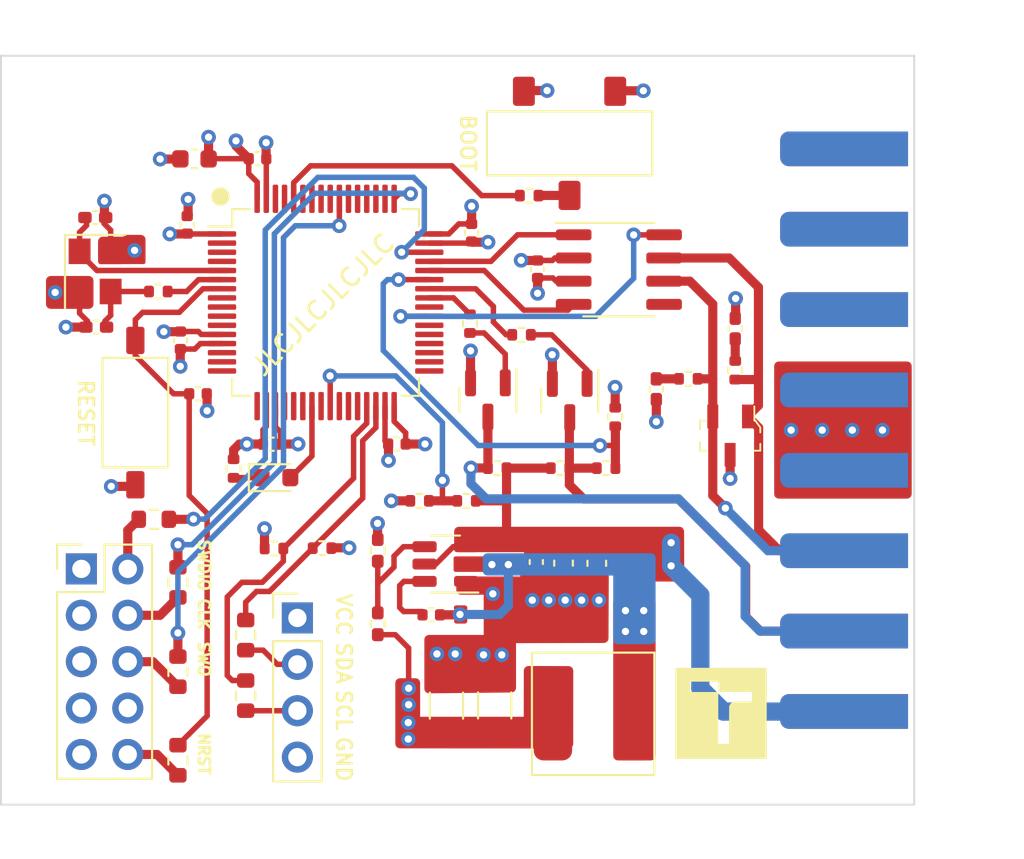
<source format=kicad_pcb>
(kicad_pcb (version 20211014) (generator pcbnew)
  (layers (0 "F.Cu" signal) (1 "In1.Cu" power) (2 "In2.Cu" power) (31 "B.Cu" signal) (34 "B.Paste" user) (35 "F.Paste" user) (36 "B.SilkS" user "B.Silkscreen") (37 "F.SilkS" user "F.Silkscreen") (38 "B.Mask" user) (39 "F.Mask" user) (44 "Edge.Cuts" user))
  (net 0 "")
  (net 1 "+3.3V")
  (net 2 "GND")
  (net 3 "HSE_IN")
  (net 4 "NRST")
  (net 5 "+12V")
  (net 6 "CAN_L")
  (net 7 "CAN_H")
  (net 8 "ISO_K")
  (net 10 "ISO_L")
  (net 11 "HSE_OUT")
  (net 12 "BOOT0")
  (net 13 "SWDIO")
  (net 14 "OLED_SDA")
  (net 15 "SWCLK")
  (net 16 "SWO")
  (net 17 "OLED_SCL")
  (net 32 "Net-(D2-Pad1)")
  (net 34 "BAT_V")
  (net 44 "CAN_S")
  (net 46 "Net-(Q1-Pad1)")
  (net 47 "Net-(Q2-Pad1)")
  (net 48 "LLine")
  (net 49 "CAN_RX")
  (net 50 "CAN_TX")
  (net 61 "/Power Supply/BST")
  (net 62 "/Power Supply/SW")
  (net 63 "/Power Supply/FB")
  (net 66 "LED")
  (net 67 "/BOOT_0")
  (net 68 "/HSE_O")
  (net 69 "Net-(C12-Pad1)")
  (net 70 "Net-(C13-Pad1)")
  (net 71 "KLine_TX")
  (net 72 "KLine_RX")
  (net 73 "/Connectors/SDA")
  (net 74 "/Connectors/SCL")
  (net 75 "/Connectors/SW_DIO")
  (net 76 "/Connectors/SW_CLK")
  (net 77 "/Connectors/SW_O")
  (net 78 "/Connectors/N_RST")
  (footprint "tme_library:TS-1092S" (layer "F.Cu") (at 142.96 85.34 -90)
    (fp_text reference "SW1")
    (fp_text value "RST")
  )
  (footprint "Capacitor_SMD:C_0402_1005Metric" (layer "F.Cu") (at 157.2775 87.06 180)
    (fp_text reference "C3")
    (fp_text value "100n")
  )
  (footprint "Capacitor_SMD:C_0402_1005Metric_Pad0.74x0.62mm_HandSolder" (layer "F.Cu") (at 140.7675 74.66)
    (fp_text reference "C8")
    (fp_text value "8p")
  )
  (footprint "Resistor_SMD:R_0603_1608Metric" (layer "F.Cu") (at 143.97 91.18)
    (fp_text reference "R7")
    (fp_text value "22R")
  )
  (footprint "Crystal:Crystal_SMD_3225-4Pin_3.2x2.5mm" (layer "F.Cu") (at 140.7575 77.61 -90)
    (fp_text reference "Y1")
    (fp_text value "16 MHz")
  )
  (footprint "Capacitor_SMD:C_0402_1005Metric_Pad0.74x0.62mm_HandSolder" (layer "F.Cu") (at 140.8175 80.66 180)
    (fp_text reference "C9")
    (fp_text value "8p")
  )
  (footprint "Capacitor_SMD:C_0402_1005Metric" (layer "F.Cu") (at 149.6475 71.44)
    (fp_text reference "C5")
    (fp_text value "100n")
  )
  (footprint "LED_SMD:LED_0603_1608Metric" (layer "F.Cu") (at 150.6575 88.9)
    (fp_text reference "D2")
    (fp_text value "LED")
  )
  (footprint "Resistor_SMD:R_0402_1005Metric" (layer "F.Cu") (at 161.09 90.17 180)
    (fp_text reference "R22")
    (fp_text value "100k")
  )
  (footprint "Capacitor_SMD:C_0402_1005Metric" (layer "F.Cu") (at 164.91 93.52 -90)
    (fp_text reference "C16")
    (fp_text value "100n")
  )
  (footprint "Capacitor_SMD:C_0603_1608Metric" (layer "F.Cu") (at 146.1975 71.45 180)
    (fp_text reference "C1")
    (fp_text value "4u7")
  )
  (footprint "Resistor_SMD:R_0402_1005Metric" (layer "F.Cu") (at 164.52 73.46)
    (fp_text reference "R4")
    (fp_text value "10k")
  )
  (footprint "tme_library:OBD" (layer "F.Cu") (at 181.76 86.3 90)
    (fp_text reference "J3")
    (fp_text value "OBDII")
  )
  (footprint "Resistor_SMD:R_0603_1608Metric" (layer "F.Cu") (at 145.29 94.63 90)
    (fp_text reference "R8")
    (fp_text value "22R")
  )
  (footprint "Resistor_SMD:R_0402_1005Metric" (layer "F.Cu") (at 175.8 83.02 90)
    (fp_text reference "R2")
    (fp_text value "100R")
  )
  (footprint "Resistor_SMD:R_0603_1608Metric" (layer "F.Cu") (at 145.29 99.52 90)
    (fp_text reference "R9")
    (fp_text value "22R")
  )
  (footprint "Resistor_SMD:R_0402_1005Metric" (layer "F.Cu") (at 150.55 92.78)
    (fp_text reference "R11")
    (fp_text value "4k7")
  )
  (footprint "Resistor_SMD:R_0402_1005Metric" (layer "F.Cu") (at 164.1 81.08)
    (fp_text reference "R19")
    (fp_text value "2k2")
  )
  (footprint "Capacitor_SMD:C_0402_1005Metric_Pad0.74x0.62mm_HandSolder" (layer "F.Cu") (at 175.8 80.74 90)
    (fp_text reference "C13")
    (fp_text value "560p")
  )
  (footprint "Capacitor_SMD:C_1206_3216Metric" (layer "F.Cu") (at 162.63 101.37 90)
    (fp_text reference "C18")
    (fp_text value "22u")
  )
  (footprint "Resistor_SMD:R_0402_1005Metric" (layer "F.Cu") (at 168.73 88.38)
    (fp_text reference "R20")
    (fp_text value "100k")
  )
  (footprint "Resistor_SMD:R_0402_1005Metric" (layer "F.Cu") (at 169.23 85.58 -90)
    (fp_text reference "R21")
    (fp_text value "27k")
  )
  (footprint "Resistor_SMD:R_0402_1005Metric" (layer "F.Cu") (at 166.21 88.38)
    (fp_text reference "R17")
    (fp_text value "510R")
  )
  (footprint "tme_library:VLS6045AF" (layer "F.Cu") (at 168.02 101.83)
    (fp_text reference "L1")
    (fp_text value "3u3")
  )
  (footprint "Resistor_SMD:R_0402_1005Metric" (layer "F.Cu") (at 153.18 92.76 180)
    (fp_text reference "R12")
    (fp_text value "4k7")
  )
  (footprint "Package_QFP:LQFP-64_10x10mm_P0.5mm" (layer "F.Cu") (at 153.3775 79.31)
    (fp_text reference "U1")
    (fp_text value "STM32L431RCTx")
  )
  (footprint "Resistor_SMD:R_0402_1005Metric" (layer "F.Cu") (at 162.77 88.38 180)
    (fp_text reference "R16")
    (fp_text value "510R")
  )
  (footprint "tme_library:XKB_SS-3235" (layer "F.Cu") (at 166.73 70.6 180)
    (fp_text reference "SW2")
    (fp_text value "BOOT0")
  )
  (footprint "Connector_PinHeader_2.54mm:PinHeader_1x04_P2.54mm_Vertical" (layer "F.Cu") (at 151.83 96.58)
    (fp_text reference "J1")
    (fp_text value "OLED")
  )
  (footprint "Capacitor_SMD:C_1206_3216Metric" (layer "F.Cu") (at 159.99 101.38 90)
    (fp_text reference "C19")
    (fp_text value "22u")
  )
  (footprint "Capacitor_SMD:C_0402_1005Metric" (layer "F.Cu") (at 159.16 96.41)
    (fp_text reference "C17")
    (fp_text value "100n")
  )
  (footprint "Resistor_SMD:R_0402_1005Metric" (layer "F.Cu") (at 144.2175 78.71)
    (fp_text reference "R3")
    (fp_text value "0R")
  )
  (footprint "Capacitor_SMD:C_0402_1005Metric" (layer "F.Cu") (at 164.98 77.49 90)
    (fp_text reference "C11")
    (fp_text value "100n")
  )
  (footprint "Capacitor_SMD:C_0603_1608Metric" (layer "F.Cu") (at 166.4 93.58 -90)
    (fp_text reference "C14")
    (fp_text value "10u")
  )
  (footprint "Package_TO_SOT_SMD:SOT-23" (layer "F.Cu") (at 166.74 84.6775 -90)
    (fp_text reference "Q2")
    (fp_text value "s8050")
  )
  (footprint "Capacitor_SMD:C_0402_1005Metric_Pad0.74x0.62mm_HandSolder" (layer "F.Cu") (at 171.48 84.06 -90)
    (fp_text reference "C12")
    (fp_text value "560p")
  )
  (footprint "Resistor_SMD:R_0603_1608Metric" (layer "F.Cu") (at 149 100.83 -90)
    (fp_text reference "R6")
    (fp_text value "22R")
  )
  (footprint "Capacitor_SMD:C_0402_1005Metric" (layer "F.Cu") (at 161.3675 75.49 -90)
    (fp_text reference "C4")
    (fp_text value "100n")
  )
  (footprint "Resistor_SMD:R_0402_1005Metric" (layer "F.Cu") (at 161.2775 80.47 -90)
    (fp_text reference "R18")
    (fp_text value "2k2")
  )
  (footprint "Package_TO_SOT_SMD:SOT-23" (layer "F.Cu") (at 162.26 84.6475 -90)
    (fp_text reference "Q1")
    (fp_text value "s8050")
  )
  (footprint "Resistor_SMD:R_0402_1005Metric" (layer "F.Cu") (at 148.3375 88.4 -90)
    (fp_text reference "R15")
    (fp_text value "10k")
  )
  (footprint "Package_TO_SOT_SMD:SOT-23-6" (layer "F.Cu") (at 159.93 93.63 180)
    (fp_text reference "U3")
    (fp_text value "TPS562201")
  )
  (footprint "LOGO" (layer "F.Cu") (at 175.02 101.8)
    (fp_text reference "G***")
    (fp_text value "LOGO" hide)
  )
  (footprint "Resistor_SMD:R_0402_1005Metric" (layer "F.Cu") (at 158.52 90.17 180)
    (fp_text reference "R23")
    (fp_text value "27k")
  )
  (footprint "Capacitor_SMD:C_0402_1005Metric" (layer "F.Cu") (at 146.3875 84.31)
    (fp_text reference "C10")
    (fp_text value "100n")
  )
  (footprint "Resistor_SMD:R_0402_1005Metric_Pad0.72x0.64mm_HandSolder" (layer "F.Cu") (at 156.23 96.9 90)
    (fp_text reference "R13")
    (fp_text value "33k2")
  )
  (footprint "Resistor_SMD:R_0603_1608Metric" (layer "F.Cu") (at 145.29 104.37 90)
    (fp_text reference "R10")
    (fp_text value "22R")
  )
  (footprint "Resistor_SMD:R_0402_1005Metric" (layer "F.Cu") (at 173.23 83.49 180)
    (fp_text reference "R1")
    (fp_text value "100R")
  )
  (footprint "Connector_PinHeader_2.54mm:PinHeader_2x05_P2.54mm_Vertical" (layer "F.Cu") (at 140.005 93.895)
    (fp_text reference "J2")
    (fp_text value "SWD")
  )
  (footprint "digikey-footprints:SOT-23-3" (layer "F.Cu") (at 175.52 86.6 -90)
    (fp_text reference "D1")
    (fp_text value "PESD2CAN_215")
  )
  (footprint "Capacitor_SMD:C_0402_1005Metric" (layer "F.Cu") (at 145.4275 81.38 90)
    (fp_text reference "C7")
    (fp_text value "100n")
  )
  (footprint "Capacitor_SMD:C_0402_1005Metric" (layer "F.Cu") (at 145.7975 75.06 90)
    (fp_text reference "C6")
    (fp_text value "100n")
  )
  (footprint "Package_SO:SOIC-8_3.9x4.9mm_P1.27mm" (layer "F.Cu") (at 169.43 77.51)
    (fp_text reference "U2")
    (fp_text value "SN65HVD231")
  )
  (footprint "Capacitor_SMD:C_0603_1608Metric" (layer "F.Cu") (at 168.22 93.59 -90)
    (fp_text reference "C15")
    (fp_text value "10u")
  )
  (footprint "Resistor_SMD:R_0402_1005Metric_Pad0.72x0.64mm_HandSolder" (layer "F.Cu") (at 156.23 92.88 90)
    (fp_text reference "R14")
    (fp_text value "10k")
  )
  (footprint "Resistor_SMD:R_0603_1608Metric" (layer "F.Cu") (at 149 97.52 -90)
    (fp_text reference "R5")
    (fp_text value "22R")
  )
  (footprint "Capacitor_SMD:C_0402_1005Metric" (layer "F.Cu") (at 150.4275 87.07 180)
    (fp_text reference "C2")
    (fp_text value "100n")
  )
  (gr_circle (center 147.6175 73.51) (end 148.047616 73.51) (layer "F.SilkS") (width 0.15) (fill solid))
  (gr_rect (start 135.6 65.8) (end 185.6 106.8) (layer "Edge.Cuts") (width 0.1) (fill none))
  (gr_text "SWO" (at 146.72 98.84 270) (layer "F.SilkS") (effects (font (size 0.6 0.6))))
  (gr_text "GND" (at 154.37 104.31 270) (layer "F.SilkS") (effects (font (size 0.8 0.8))))
  (gr_text "NRST" (at 146.72 104.03 270) (layer "F.SilkS") (effects (font (size 0.6 0.6))))
  (gr_text "BOOT" (at 161.17 70.6 270) (layer "F.SilkS") (effects (font (size 0.8 0.8))))
  (gr_text "CLK" (at 146.72 96.37 270) (layer "F.SilkS") (effects (font (size 0.6 0.6))))
  (gr_text "JLCJLCJLCJLC" (at 153.2475 79.43 45) (layer "F.SilkS") (effects (font (size 1 1))))
  (gr_text "SWDIO" (at 146.72 93.7 270) (layer "F.SilkS") (effects (font (size 0.6 0.6))))
  (gr_text "SDA" (at 154.37 99.05 270) (layer "F.SilkS") (effects (font (size 0.8 0.8))))
  (gr_text "RESET" (at 140.25 85.36 270) (layer "F.SilkS") (effects (font (size 0.8 0.8))))
  (gr_text "SCL\n" (at 154.37 101.629999 270) (layer "F.SilkS") (effects (font (size 0.8 0.8))))
  (gr_text "VCC" (at 154.37 96.41 270) (layer "F.SilkS") (effects (font (size 0.8 0.8))))
  (segment (start 145.7775 75.56) (end 145.7975 75.54) (width 0.5) (layer "F.Cu") (net 1))
  (segment (start 157.1275 85.82) (end 157.7575 86.45) (width 0.3) (layer "F.Cu") (net 1))
  (segment (start 166.955 78.145) (end 165.995 78.145) (width 0.3) (layer "F.Cu") (net 1))
  (segment (start 165.82 77.97) (end 164.98 77.97) (width 0.3) (layer "F.Cu") (net 1))
  (segment (start 146.9675 70.26) (end 146.9675 71.445) (width 0.5) (layer "F.Cu") (net 1))
  (segment (start 157.92 98.23) (end 157.92 100.43) (width 0.3) (layer "F.Cu") (net 1))
  (segment (start 150.9075 86.4) (end 150.9075 87.07) (width 0.3) (layer "F.Cu") (net 1))
  (segment (start 150.6275 84.985) (end 150.6275 86.12) (width 0.3) (layer "F.Cu") (net 1))
  (segment (start 147.7025 81.56) (end 146.5175 81.56) (width 0.3) (layer "F.Cu") (net 1))
  (segment (start 157.1275 84.985) (end 157.1275 85.82) (width 0.3) (layer "F.Cu") (net 1))
  (segment (start 150.03 91.69) (end 150.03 92.77) (width 0.5) (layer "F.Cu") (net 1))
  (segment (start 160.1175 75.56) (end 160.6675 75.01) (width 0.3) (layer "F.Cu") (net 1))
  (segment (start 150.03 92.77) (end 150.04 92.78) (width 0.5) (layer "F.Cu") (net 1))
  (segment (start 154.66 92.74) (end 153.71 92.74) (width 0.5) (layer "F.Cu") (net 1))
  (segment (start 149.1675 71.44) (end 146.9825 71.44) (width 0.3) (layer "F.Cu") (net 1))
  (segment (start 149.6275 73.635) (end 149.6275 72.72) (width 0.3) (layer "F.Cu") (net 1))
  (segment (start 149.6275 72.72) (end 149.1675 72.26) (width 0.3) (layer "F.Cu") (net 1))
  (segment (start 157.1875 97.4975) (end 157.92 98.23) (width 0.3) (layer "F.Cu") (net 1))
  (segment (start 146.2175 81.86) (end 145.4275 81.86) (width 0.3) (layer "F.Cu") (net 1))
  (segment (start 165.995 78.145) (end 165.82 77.97) (width 0.3) (layer "F.Cu") (net 1))
  (segment (start 147.7025 75.56) (end 145.8175 75.56) (width 0.3) (layer "F.Cu") (net 1))
  (segment (start 150.6275 86.12) (end 150.9075 86.4) (width 0.3) (layer "F.Cu") (net 1))
  (segment (start 156.23 97.4975) (end 157.1875 97.4975) (width 0.3) (layer "F.Cu") (net 1))
  (segment (start 151.8675 87.06) (end 150.9175 87.06) (width 0.5) (layer "F.Cu") (net 1))
  (segment (start 161.3675 74.06) (end 161.3675 75.01) (width 0.5) (layer "F.Cu") (net 1))
  (segment (start 164.98 78.81) (end 164.98 77.97) (width 0.5) (layer "F.Cu") (net 1))
  (segment (start 146.9675 71.445) (end 146.9725 71.45) (width 0.5) (layer "F.Cu") (net 1))
  (segment (start 145.4175 81.87) (end 145.4275 81.86) (width 0.5) (layer "F.Cu") (net 1))
  (segment (start 145.4175 82.81) (end 145.4175 81.87) (width 0.5) (layer "F.Cu") (net 1))
  (segment (start 146.5175 81.56) (end 146.2175 81.86) (width 0.3) (layer "F.Cu") (net 1))
  (segment (start 146.9825 71.44) (end 146.9725 71.45) (width 0.3) (layer "F.Cu") (net 1))
  (segment (start 165.5 67.71) (end 164.27 67.71) (width 0.5) (layer "F.Cu") (net 1))
  (segment (start 149.1675 72.26) (end 149.1675 71.44) (width 0.3) (layer "F.Cu") (net 1))
  (segment (start 148.4675 70.46) (end 148.4675 70.74) (width 0.5) (layer "F.Cu") (net 1))
  (segment (start 153.71 92.74) (end 153.69 92.76) (width 0.5) (layer "F.Cu") (net 1))
  (segment (start 158.8175 87.06) (end 157.7575 87.06) (width 0.5) (layer "F.Cu") (net 1))
  (segment (start 148.4675 70.74) (end 149.1675 71.44) (width 0.5) (layer "F.Cu") (net 1))
  (segment (start 159.0525 75.56) (end 160.1175 75.56) (width 0.3) (layer "F.Cu") (net 1))
  (segment (start 145.8175 75.56) (end 145.7975 75.54) (width 0.3) (layer "F.Cu") (net 1))
  (segment (start 144.8475 75.56) (end 145.7775 75.56) (width 0.5) (layer "F.Cu") (net 1))
  (segment (start 150.9175 87.06) (end 150.9075 87.07) (width 0.5) (layer "F.Cu") (net 1))
  (segment (start 160.6675 75.01) (end 161.3675 75.01) (width 0.3) (layer "F.Cu") (net 1))
  (segment (start 157.7575 86.45) (end 157.7575 87.06) (width 0.3) (layer "F.Cu") (net 1))
  (via (at 154.66 92.74) (size 0.8) (drill 0.4) (layers "F.Cu" "B.Cu") (net 1))
  (via (at 158.8175 87.06) (size 0.8) (drill 0.4) (layers "F.Cu" "B.Cu") (net 1))
  (via (at 151.8675 87.06) (size 0.8) (drill 0.4) (layers "F.Cu" "B.Cu") (net 1))
  (via (at 161.3675 74.04) (size 0.8) (drill 0.4) (layers "F.Cu" "B.Cu") (net 1))
  (via (at 165.5 67.71) (size 0.8) (drill 0.4) (layers "F.Cu" "B.Cu") (net 1))
  (via (at 157.9 102.31) (size 0.8) (drill 0.4) (layers "F.Cu" "B.Cu") (net 1))
  (via (at 145.4175 82.81) (size 0.8) (drill 0.4) (layers "F.Cu" "B.Cu") (net 1))
  (via (at 144.8475 75.56) (size 0.8) (drill 0.4) (layers "F.Cu" "B.Cu") (net 1))
  (via (at 157.9 103.21) (size 0.8) (drill 0.4) (layers "F.Cu" "B.Cu") (net 1))
  (via (at 157.92 101.33) (size 0.8) (drill 0.4) (layers "F.Cu" "B.Cu") (net 1))
  (via (at 157.92 100.43) (size 0.8) (drill 0.4) (layers "F.Cu" "B.Cu") (net 1))
  (via (at 164.98 78.81) (size 0.8) (drill 0.4) (layers "F.Cu" "B.Cu") (net 1))
  (via (at 146.9675 70.26) (size 0.8) (drill 0.4) (layers "F.Cu" "B.Cu") (net 1))
  (via (at 148.4675 70.46) (size 0.8) (drill 0.4) (layers "F.Cu" "B.Cu") (net 1))
  (via (at 150.03 91.69) (size 0.8) (drill 0.4) (layers "F.Cu" "B.Cu") (net 1))
  (segment (start 150.1275 86.1) (end 149.9475 86.28) (width 0.3) (layer "F.Cu") (net 2))
  (segment (start 140.3375 80.33) (end 139.9075 79.9) (width 0.3) (layer "F.Cu") (net 2))
  (segment (start 159.0525 76.06) (end 161.2775 76.06) (width 0.3) (layer "F.Cu") (net 2))
  (segment (start 146.4075 80.9) (end 145.4275 80.9) (width 0.3) (layer "F.Cu") (net 2))
  (segment (start 161.2775 76.06) (end 161.3675 75.97) (width 0.3) (layer "F.Cu") (net 2))
  (segment (start 156.8175 87.96) (end 156.8175 87.08) (width 0.5) (layer "F.Cu") (net 2))
  (segment (start 149.0675 87.06) (end 149.9375 87.06) (width 0.5) (layer "F.Cu") (net 2))
  (segment (start 161.31 83.71) (end 161.31 81.9575) (width 0.5) (layer "F.Cu") (net 2))
  (segment (start 145.8475 73.66) (end 145.8475 74.53) (width 0.5) (layer "F.Cu") (net 2))
  (segment (start 145.8475 74.53) (end 145.7975 74.58) (width 0.5) (layer "F.Cu") (net 2))
  (segment (start 171.48 84.6275) (end 171.48 85.84) (width 0.5) (layer "F.Cu") (net 2))
  (segment (start 165.790001 82.1775) (end 165.78 82.167499) (width 0.5) (layer "F.Cu") (net 2))
  (segment (start 164.08 77.01) (end 164.98 77.01) (width 0.5) (layer "F.Cu") (net 2))
  (segment (start 169.26 67.72) (end 169.23 67.75) (width 0.5) (layer "F.Cu") (net 2))
  (segment (start 141.2475 74.66) (end 141.2475 74.99) (width 0.3) (layer "F.Cu") (net 2))
  (segment (start 139.1575 80.66) (end 140.3375 80.66) (width 0.5) (layer "F.Cu") (net 2))
  (segment (start 148.6575 87.06) (end 148.3375 87.38) (width 0.5) (layer "F.Cu") (net 2))
  (segment (start 140.3375 80.66) (end 140.3375 80.33) (width 0.3) (layer "F.Cu") (net 2))
  (segment (start 150.1275 73.635) (end 150.1275 71.44) (width 0.3) (layer "F.Cu") (net 2))
  (segment (start 144.3175 71.46) (end 145.4125 71.46) (width 0.5) (layer "F.Cu") (net 2))
  (segment (start 141.6075 75.35) (end 141.6075 76.51) (width 0.3) (layer "F.Cu") (net 2))
  (segment (start 139.9075 79.9) (end 139.9075 78.71) (width 0.3) (layer "F.Cu") (net 2))
  (segment (start 156.6275 84.985) (end 156.6275 86.89) (width 0.3) (layer "F.Cu") (net 2))
  (segment (start 146.5675 81.06) (end 146.4075 80.9) (width 0.3) (layer "F.Cu") (net 2))
  (segment (start 169.23 85.07) (end 169.23 83.96) (width 0.5) (layer "F.Cu") (net 2))
  (segment (start 169.23 83.96) (end 169.22 83.95) (width 0.5) (layer "F.Cu") (net 2))
  (segment (start 150.1175 71.43) (end 150.1275 71.44) (width 0.5) (layer "F.Cu") (net 2))
  (segment (start 146.8875 85.24) (end 146.8875 84.289999) (width 0.5) (layer "F.Cu") (net 2))
  (segment (start 141.64 89.38) (end 142.87 89.38) (width 0.5) (layer "F.Cu") (net 2))
  (segment (start 145.4175 80.91) (end 145.4275 80.9) (width 0.5) (layer "F.Cu") (net 2))
  (segment (start 165.79 83.74) (end 165.790001 82.1775) (width 0.5) (layer "F.Cu") (net 2))
  (segment (start 148.3375 87.38) (end 148.3375 87.89) (width 0.5) (layer "F.Cu") (net 2))
  (segment (start 170.77 67.72) (end 169.26 67.72) (width 0.5) (layer "F.Cu") (net 2))
  (segment (start 161.4075 76.01) (end 161.3675 75.97) (width 0.5) (layer "F.Cu") (net 2))
  (segment (start 150.1275 84.985) (end 150.1275 86.1) (width 0.3) (layer "F.Cu") (net 2))
  (segment (start 165.79 77.01) (end 164.98 77.01) (width 0.3) (layer "F.Cu") (net 2))
  (segment (start 175.82 80.1725) (end 175.82 79.09) (width 0.5) (layer "F.Cu") (net 2))
  (segment (start 141.2675 73.76) (end 141.2675 74.64) (width 0.5) (layer "F.Cu") (net 2))
  (segment (start 165.925 76.875) (end 165.79 77.01) (width 0.3) (layer "F.Cu") (net 2))
  (segment (start 141.2675 74.64) (end 141.2475 74.66) (width 0.5) (layer "F.Cu") (net 2))
  (segment (start 144.5175 80.91) (end 145.4175 80.91) (width 0.5) (layer "F.Cu") (net 2))
  (segment (start 149.9475 86.28) (end 149.9475 87.07) (width 0.3) (layer "F.Cu") (net 2))
  (segment (start 148.347499 87.87) (end 148.3575 87.880001) (width 0.5) (layer "F.Cu") (net 2))
  (segment (start 166.955 76.875) (end 165.925 76.875) (width 0.3) (layer "F.Cu") (net 2))
  (segment (start 175.52 88.95) (end 175.52 87.65) (width 0.5) (layer "F.Cu") (net 2))
  (segment (start 158.01 90.17) (end 156.97 90.17) (width 0.5) (layer "F.Cu") (net 2))
  (segment (start 145.4125 71.46) (end 145.4225 71.45) (width 0.5) (layer "F.Cu") (net 2))
  (segment (start 162.2675 76.01) (end 161.4075 76.01) (width 0.5) (layer "F.Cu") (net 2))
  (segment (start 156.8175 87.08) (end 156.7975 87.06) (width 0.5) (layer "F.Cu") (net 2))
  (segment (start 149.0675 87.06) (end 148.6575 87.06) (width 0.5) (layer "F.Cu") (net 2))
  (segment (start 150.1175 70.56) (end 150.1175 71.43) (width 0.5) (layer "F.Cu") (net 2))
  (segment (start 156.6275 86.89) (end 156.7975 87.06) (width 0.3) (layer "F.Cu") (net 2))
  (segment (start 141.2475 74.99) (end 141.6075 75.35) (width 0.3) (layer "F.Cu") (net 2))
  (segment (start 147.7025 81.06) (end 146.5675 81.06) (width 0.3) (layer "F.Cu") (net 2))
  (segment (start 149.9375 87.06) (end 149.9475 87.07) (width 0.5) (layer "F.Cu") (net 2))
  (segment (start 156.22 91.4) (end 156.22 92.36) (width 0.5) (layer "F.Cu") (net 2))
  (via (at 175.52 88.95) (size 0.8) (drill 0.4) (layers "F.Cu" "B.Cu") (net 2))
  (via (at 164.08 77) (size 0.8) (drill 0.4) (layers "F.Cu" "B.Cu") (net 2))
  (via (at 175.82 79.09) (size 0.8) (drill 0.4) (layers "F.Cu" "B.Cu") (net 2))
  (via (at 156.22 91.4) (size 0.8) (drill 0.4) (layers "F.Cu" "B.Cu") (net 2))
  (via (at 145.8475 73.66) (size 0.8) (drill 0.4) (layers "F.Cu" "B.Cu") (net 2))
  (via (at 161.31 81.9575) (size 0.8) (drill 0.4) (layers "F.Cu" "B.Cu") (net 2))
  (via (at 139.1575 80.66) (size 0.8) (drill 0.4) (layers "F.Cu" "B.Cu") (net 2))
  (via (at 162.02 98.6) (size 0.8) (drill 0.4) (layers "F.Cu" "B.Cu") (net 2))
  (via (at 164.69 95.61) (size 0.8) (drill 0.4) (layers "F.Cu" "B.Cu") (net 2))
  (via (at 162.53 95.26) (size 0.8) (drill 0.4) (layers "F.Cu" "B.Cu") (net 2))
  (via (at 168.34 95.61) (size 0.8) (drill 0.4) (layers "F.Cu" "B.Cu") (net 2))
  (via (at 146.8875 85.24) (size 0.8) (drill 0.4) (layers "F.Cu" "B.Cu") (net 2))
  (via (at 141.2675 73.76) (size 0.8) (drill 0.4) (layers "F.Cu" "B.Cu") (net 2))
  (via (at 149.0675 87.06) (size 0.8) (drill 0.4) (layers "F.Cu" "B.Cu") (net 2))
  (via (at 162.2675 76.01) (size 0.8) (drill 0.4) (layers "F.Cu" "B.Cu") (net 2))
  (via (at 182.21 86.3) (size 0.8) (drill 0.4) (layers "F.Cu" "B.Cu") (net 2))
  (via (at 156.8175 87.96) (size 0.8) (drill 0.4) (layers "F.Cu" "B.Cu") (net 2))
  (via (at 141.64 89.38) (size 0.8) (drill 0.4) (layers "F.Cu" "B.Cu") (net 2))
  (via (at 167.39 95.61) (size 0.8) (drill 0.4) (layers "F.Cu" "B.Cu") (net 2))
  (via (at 163.02 98.6) (size 0.8) (drill 0.4) (layers "F.Cu" "B.Cu") (net 2))
  (via (at 159.47 98.55) (size 0.8) (drill 0.4) (layers "F.Cu" "B.Cu") (net 2))
  (via (at 142.9175 76.46) (size 0.8) (drill 0.4) (layers "F.Cu" "B.Cu") (net 2))
  (via (at 166.49 95.61) (size 0.8) (drill 0.4) (layers "F.Cu" "B.Cu") (net 2))
  (via (at 156.97 90.17) (size 0.8) (drill 0.4) (layers "F.Cu" "B.Cu") (net 2))
  (via (at 178.86 86.3) (size 0.8) (drill 0.4) (layers "F.Cu" "B.Cu") (net 2))
  (via (at 183.86 86.3) (size 0.8) (drill 0.4) (layers "F.Cu" "B.Cu") (net 2))
  (via (at 144.3175 71.46) (size 0.8) (drill 0.4) (layers "F.Cu" "B.Cu") (net 2))
  (via (at 170.77 67.72) (size 0.8) (drill 0.4) (layers "F.Cu" "B.Cu") (net 2))
  (via (at 144.5175 80.91) (size 0.8) (drill 0.4) (layers "F.Cu" "B.Cu") (net 2))
  (via (at 160.47 98.55) (size 0.8) (drill 0.4) (layers "F.Cu" "B.Cu") (net 2))
  (via (at 180.56 86.3) (size 0.8) (drill 0.4) (layers "F.Cu" "B.Cu") (net 2))
  (via (at 169.22 83.95) (size 0.8) (drill 0.4) (layers "F.Cu" "B.Cu") (net 2))
  (via (at 138.5675 78.76) (size 0.8) (drill 0.4) (layers "F.Cu" "B.Cu") (net 2))
  (via (at 150.1175 70.56) (size 0.8) (drill 0.4) (layers "F.Cu" "B.Cu") (net 2))
  (via (at 165.78 82.167499) (size 0.8) (drill 0.4) (layers "F.Cu" "B.Cu") (net 2))
  (via (at 165.59 95.61) (size 0.8) (drill 0.4) (layers "F.Cu" "B.Cu") (net 2))
  (via (at 171.48 85.84) (size 0.8) (drill 0.4) (layers "F.Cu" "B.Cu") (net 2))
  (segment (start 139.9075 76.61) (end 139.9075 76.51) (width 0.3) (layer "F.Cu") (net 3))
  (segment (start 148.0025 77.56) (end 140.8575 77.56) (width 0.3) (layer "F.Cu") (net 3))
  (segment (start 140.8575 77.56) (end 139.9075 76.61) (width 0.3) (layer "F.Cu") (net 3))
  (segment (start 140.2875 75.09) (end 139.9075 75.47) (width 0.3) (layer "F.Cu") (net 3))
  (segment (start 139.9075 75.47) (end 139.9075 76.51) (width 0.3) (layer "F.Cu") (net 3))
  (segment (start 140.2875 74.66) (end 140.2875 75.09) (width 0.3) (layer "F.Cu") (net 3))
  (segment (start 145.9075 89.876839) (end 146.89 90.859339) (width 0.3) (layer "F.Cu") (net 4))
  (segment (start 146.6575 78.56) (end 145.3675 79.85) (width 0.3) (layer "F.Cu") (net 4))
  (segment (start 145.9075 84.31) (end 145.9075 89.876839) (width 0.3) (layer "F.Cu") (net 4))
  (segment (start 145.3675 79.85) (end 143.36 79.85) (width 0.3) (layer "F.Cu") (net 4))
  (segment (start 146.89 101.945) (end 145.29 103.545) (width 0.3) (layer "F.Cu") (net 4))
  (segment (start 142.96 80.25) (end 142.96 81.39) (width 0.3) (layer "F.Cu") (net 4))
  (segment (start 143.36 79.85) (end 142.96 80.25) (width 0.3) (layer "F.Cu") (net 4))
  (segment (start 145.05 84.31) (end 145.9075 84.31) (width 0.3) (layer "F.Cu") (net 4))
  (segment (start 146.89 90.859339) (end 146.89 101.945) (width 0.3) (layer "F.Cu") (net 4))
  (segment (start 147.7025 78.56) (end 146.6575 78.56) (width 0.3) (layer "F.Cu") (net 4))
  (segment (start 142.96 81.39) (end 142.96 82.22) (width 0.3) (layer "F.Cu") (net 4))
  (segment (start 142.96 82.22) (end 145.05 84.31) (width 0.3) (layer "F.Cu") (net 4))
  (segment (start 163.28 88.38) (end 163.28 90.07) (width 0.5) (layer "F.Cu") (net 5))
  (segment (start 163.18 90.17) (end 163.28 90.07) (width 0.5) (layer "F.Cu") (net 5))
  (segment (start 159.41 93.63) (end 160.36 92.68) (width 0.3) (layer "F.Cu") (net 5))
  (segment (start 165.7 88.38) (end 163.28 88.38) (width 0.5) (layer "F.Cu") (net 5))
  (segment (start 160.36 92.68) (end 161.0675 92.68) (width 0.3) (layer "F.Cu") (net 5))
  (segment (start 158.7925 93.63) (end 159.41 93.63) (width 0.3) (layer "F.Cu") (net 5))
  (segment (start 163.28 90.07) (end 163.28 91.69) (width 0.5) (layer "F.Cu") (net 5))
  (segment (start 161.6 90.17) (end 163.18 90.17) (width 0.5) (layer "F.Cu") (net 5))
  (via (at 172.29 93.73) (size 0.8) (drill 0.4) (layers "F.Cu" "B.Cu") (net 5))
  (via (at 172.29 92.46) (size 0.8) (drill 0.4) (layers "F.Cu" "B.Cu") (net 5))
  (segment (start 175.155 101.705) (end 173.89 100.44) (width 1) (layer "B.Cu") (net 5))
  (segment (start 172.29 93.73) (end 172.29 92.46) (width 1) (layer "B.Cu") (net 5))
  (segment (start 173.89 95.33) (end 172.29 93.73) (width 1) (layer "B.Cu") (net 5))
  (segment (start 180.9 101.705) (end 175.155 101.705) (width 1) (layer "B.Cu") (net 5))
  (segment (start 173.89 100.44) (end 173.89 95.33) (width 1) (layer "B.Cu") (net 5))
  (segment (start 174.57 89.88) (end 175.26 90.57) (width 0.5) (layer "F.Cu") (net 6))
  (segment (start 174.57 79.4) (end 173.315 78.145) (width 0.5) (layer "F.Cu") (net 6))
  (segment (start 173.74 83.49) (end 174.57 83.49) (width 0.5) (layer "F.Cu") (net 6))
  (segment (start 174.57 83.49) (end 174.57 79.4) (width 0.5) (layer "F.Cu") (net 6))
  (segment (start 174.57 85.55) (end 174.57 83.49) (width 0.5) (layer "F.Cu") (net 6))
  (segment (start 173.315 78.145) (end 171.905 78.145) (width 0.5) (layer "F.Cu") (net 6))
  (segment (start 174.57 85.55) (end 174.57 89.88) (width 0.5) (layer "F.Cu") (net 6))
  (via (at 175.26 90.57) (size 0.8) (drill 0.4) (layers "F.Cu" "B.Cu") (net 6))
  (segment (start 177.59 92.9) (end 175.26 90.57) (width 0.5) (layer "B.Cu") (net 6))
  (segment (start 181.76 92.9) (end 177.59 92.9) (width 0.5) (layer "B.Cu") (net 6))
  (segment (start 177.07 78.48) (end 175.465 76.875) (width 0.5) (layer "F.Cu") (net 7))
  (segment (start 176.47 85.55) (end 177.07 84.95) (width 0.5) (layer "F.Cu") (net 7))
  (segment (start 177.08 91.77) (end 177.08 86.16) (width 0.5) (layer "F.Cu") (net 7))
  (segment (start 178.21 92.9) (end 177.08 91.77) (width 0.5) (layer "F.Cu") (net 7))
  (segment (start 175.8 83.53) (end 176.99 83.53) (width 0.5) (layer "F.Cu") (net 7))
  (segment (start 177.07 83.47) (end 177.07 78.48) (width 0.5) (layer "F.Cu") (net 7))
  (segment (start 181.76 92.9) (end 178.21 92.9) (width 0.5) (layer "F.Cu") (net 7))
  (segment (start 177.08 86.16) (end 176.47 85.55) (width 0.5) (layer "F.Cu") (net 7))
  (segment (start 177.07 84.95) (end 177.07 83.47) (width 0.5) (layer "F.Cu") (net 7))
  (segment (start 175.465 76.875) (end 171.905 76.875) (width 0.5) (layer "F.Cu") (net 7))
  (segment (start 166.72 88.38) (end 166.72 89.29) (width 0.5) (layer "F.Cu") (net 8))
  (segment (start 166.72 89.29) (end 167.5 90.07) (width 0.5) (layer "F.Cu") (net 8))
  (segment (start 176.37 96.5) (end 177.17 97.3) (width 0.5) (layer "F.Cu") (net 8))
  (segment (start 176.37 93.75) (end 176.37 96.5) (width 0.5) (layer "F.Cu") (net 8))
  (segment (start 172.69 90.07) (end 176.37 93.75) (width 0.5) (layer "F.Cu") (net 8))
  (segment (start 177.17 97.3) (end 181.76 97.3) (width 0.5) (layer "F.Cu") (net 8))
  (segment (start 166.72 88.38) (end 166.72 85.635) (width 0.5) (layer "F.Cu") (net 8))
  (segment (start 168.22 88.38) (end 166.72 88.38) (width 0.5) (layer "F.Cu") (net 8))
  (segment (start 167.5 90.07) (end 172.69 90.07) (width 0.5) (layer "F.Cu") (net 8))
  (segment (start 166.72 85.635) (end 166.74 85.615) (width 0.5) (layer "F.Cu") (net 8))
  (segment (start 162.25 88.369999) (end 162.260001 88.38) (width 0.5) (layer "F.Cu") (net 10))
  (segment (start 162.26 85.585) (end 162.26 88.38) (width 0.5) (layer "F.Cu") (net 10))
  (segment (start 161.33 88.37) (end 162.25 88.369999) (width 0.5) (layer "F.Cu") (net 10))
  (via (at 161.33 88.37) (size 0.8) (drill 0.4) (layers "F.Cu" "B.Cu") (net 10))
  (segment (start 177.155 97.305) (end 176.34 96.49) (width 0.5) (layer "B.Cu") (net 10))
  (segment (start 176.34 96.49) (end 176.34 93.71) (width 0.5) (layer "B.Cu") (net 10))
  (segment (start 176.34 93.71) (end 172.69 90.06) (width 0.5) (layer "B.Cu") (net 10))
  (segment (start 161.33 89.23) (end 161.33 88.37) (width 0.5) (layer "B.Cu") (net 10))
  (segment (start 172.69 90.06) (end 162.16 90.06) (width 0.5) (layer "B.Cu") (net 10))
  (segment (start 162.16 90.06) (end 161.33 89.23) (width 0.5) (layer "B.Cu") (net 10))
  (segment (start 180.9 97.305) (end 177.155 97.305) (width 0.5) (layer "B.Cu") (net 10))
  (segment (start 145.0425 78.71) (end 145.7675 78.71) (width 0.3) (layer "F.Cu") (net 11))
  (segment (start 146.4175 78.06) (end 147.7025 78.06) (width 0.3) (layer "F.Cu") (net 11))
  (segment (start 145.7675 78.71) (end 146.4175 78.06) (width 0.3) (layer "F.Cu") (net 11))
  (segment (start 151.6275 73.635) (end 151.6275 72.7525) (width 0.3) (layer "F.Cu") (net 12))
  (segment (start 160.29 71.83) (end 161.92 73.46) (width 0.3) (layer "F.Cu") (net 12))
  (segment (start 151.6275 72.7525) (end 152.55 71.83) (width 0.3) (layer "F.Cu") (net 12))
  (segment (start 161.92 73.46) (end 164.01 73.46) (width 0.3) (layer "F.Cu") (net 12))
  (segment (start 152.55 71.83) (end 160.29 71.83) (width 0.3) (layer "F.Cu") (net 12))
  (segment (start 157.5375 76.56) (end 159.0525 76.56) (width 0.3) (layer "F.Cu") (net 13))
  (segment (start 144.795 91.18) (end 146.13 91.18) (width 0.5) (layer "F.Cu") (net 13))
  (segment (start 146.13 91.18) (end 146.14 91.17) (width 0.5) (layer "F.Cu") (net 13))
  (via (at 157.5375 76.56) (size 0.8) (drill 0.4) (layers "F.Cu" "B.Cu") (net 13))
  (via (at 146.14 91.17) (size 0.8) (drill 0.4) (layers "F.Cu" "B.Cu") (net 13))
  (segment (start 150.07 87.86) (end 150.07 75.342894) (width 0.3) (layer "B.Cu") (net 13))
  (segment (start 158.7775 75.32) (end 157.5375 76.56) (width 0.3) (layer "B.Cu") (net 13))
  (segment (start 150.07 75.342894) (end 152.952894 72.46) (width 0.3) (layer "B.Cu") (net 13))
  (segment (start 152.952894 72.46) (end 158.188161 72.46) (width 0.3) (layer "B.Cu") (net 13))
  (segment (start 158.188161 72.46) (end 158.7775 73.049339) (width 0.3) (layer "B.Cu") (net 13))
  (segment (start 146.76 91.17) (end 150.07 87.86) (width 0.3) (layer "B.Cu") (net 13))
  (segment (start 146.14 91.17) (end 146.76 91.17) (width 0.3) (layer "B.Cu") (net 13))
  (segment (start 158.7775 73.049339) (end 158.7775 75.32) (width 0.3) (layer "B.Cu") (net 13))
  (segment (start 156.1275 86.16) (end 155.4075 86.88) (width 0.3) (layer "F.Cu") (net 14))
  (segment (start 149 96.695) (end 149 95.72) (width 0.3) (layer "F.Cu") (net 14))
  (segment (start 149.59 95.13) (end 150.3 95.13) (width 0.3) (layer "F.Cu") (net 14))
  (segment (start 156.1275 84.985) (end 156.1275 86.16) (width 0.3) (layer "F.Cu") (net 14))
  (segment (start 155.4075 86.88) (end 155.4075 90.0225) (width 0.3) (layer "F.Cu") (net 14))
  (segment (start 150.3 95.13) (end 152.67 92.76) (width 0.3) (layer "F.Cu") (net 14))
  (segment (start 155.4075 90.0225) (end 152.67 92.76) (width 0.3) (layer "F.Cu") (net 14))
  (segment (start 149 95.72) (end 149.59 95.13) (width 0.3) (layer "F.Cu") (net 14))
  (segment (start 158.0275 73.36) (end 157.4025 73.36) (width 0.3) (layer "F.Cu") (net 15))
  (segment (start 145.29 93.805) (end 145.29 92.57) (width 0.5) (layer "F.Cu") (net 15))
  (segment (start 157.4025 73.36) (end 157.1275 73.635) (width 0.3) (layer "F.Cu") (net 15))
  (via (at 145.29 92.57) (size 0.8) (drill 0.4) (layers "F.Cu" "B.Cu") (net 15))
  (via (at 158.0275 73.36) (size 0.8) (drill 0.4) (layers "F.Cu" "B.Cu") (net 15))
  (segment (start 150.57 88.067106) (end 150.57 75.55) (width 0.3) (layer "B.Cu") (net 15))
  (segment (start 146.067106 92.57) (end 150.57 88.067106) (width 0.3) (layer "B.Cu") (net 15))
  (segment (start 152.79 73.33) (end 157.9975 73.33) (width 0.3) (layer "B.Cu") (net 15))
  (segment (start 150.57 75.55) (end 152.79 73.33) (width 0.3) (layer "B.Cu") (net 15))
  (segment (start 157.9975 73.33) (end 158.0275 73.36) (width 0.3) (layer "B.Cu") (net 15))
  (segment (start 145.29 92.57) (end 146.067106 92.57) (width 0.3) (layer "B.Cu") (net 15))
  (segment (start 154.1175 75.11) (end 154.1275 75.1) (width 0.3) (layer "F.Cu") (net 16))
  (segment (start 154.1275 75.1) (end 154.1275 73.635) (width 0.3) (layer "F.Cu") (net 16))
  (segment (start 145.29 98.695) (end 145.29 97.4) (width 0.5) (layer "F.Cu") (net 16))
  (via (at 154.1175 75.11) (size 0.8) (drill 0.4) (layers "F.Cu" "B.Cu") (net 16))
  (via (at 145.29 97.4) (size 0.8) (drill 0.4) (layers "F.Cu" "B.Cu") (net 16))
  (segment (start 151.07 75.757106) (end 151.07 88.274212) (width 0.3) (layer "B.Cu") (net 16))
  (segment (start 151.07 88.274212) (end 145.29 94.054212) (width 0.3) (layer "B.Cu") (net 16))
  (segment (start 154.1175 75.11) (end 151.717106 75.11) (width 0.3) (layer "B.Cu") (net 16))
  (segment (start 145.29 94.054212) (end 145.29 97.4) (width 0.3) (layer "B.Cu") (net 16))
  (segment (start 151.717106 75.11) (end 151.07 75.757106) (width 0.3) (layer "B.Cu") (net 16))
  (segment (start 155.6275 85.92) (end 155.6275 84.985) (width 0.3) (layer "F.Cu") (net 17))
  (segment (start 148.792893 94.63) (end 149.91 94.63) (width 0.3) (layer "F.Cu") (net 17))
  (segment (start 151.06 92.78) (end 154.9075 88.9325) (width 0.3) (layer "F.Cu") (net 17))
  (segment (start 148.265 100.005) (end 147.99 99.73) (width 0.3) (layer "F.Cu") (net 17))
  (segment (start 154.9075 86.64) (end 155.6275 85.92) (width 0.3) (layer "F.Cu") (net 17))
  (segment (start 154.9075 88.9325) (end 154.9075 86.64) (width 0.3) (layer "F.Cu") (net 17))
  (segment (start 147.99 95.432893) (end 148.792893 94.63) (width 0.3) (layer "F.Cu") (net 17))
  (segment (start 149.91 94.63) (end 151.06 93.48) (width 0.3) (layer "F.Cu") (net 17))
  (segment (start 149 100.005) (end 148.265 100.005) (width 0.3) (layer "F.Cu") (net 17))
  (segment (start 151.06 93.48) (end 151.06 92.78) (width 0.3) (layer "F.Cu") (net 17))
  (segment (start 147.99 99.73) (end 147.99 95.432893) (width 0.3) (layer "F.Cu") (net 17))
  (segment (start 148.3475 88.9) (end 148.3375 88.91) (width 0.3) (layer "F.Cu") (net 32))
  (segment (start 149.87 88.9) (end 148.3475 88.9) (width 0.3) (layer "F.Cu") (net 32))
  (segment (start 159.77 89.05) (end 159.77 90.07) (width 0.3) (layer "F.Cu") (net 34))
  (segment (start 159.87 90.17) (end 159.03 90.17) (width 0.5) (layer "F.Cu") (net 34))
  (segment (start 160.58 90.17) (end 159.87 90.17) (width 0.5) (layer "F.Cu") (net 34))
  (segment (start 153.6275 84.985) (end 153.6275 83.34) (width 0.3) (layer "F.Cu") (net 34))
  (via (at 153.6175 83.33) (size 0.8) (drill 0.4) (layers "F.Cu" "B.Cu") (net 34))
  (via (at 159.77 89.05) (size 0.8) (drill 0.4) (layers "F.Cu" "B.Cu") (net 34))
  (segment (start 153.6175 83.33) (end 157.212894 83.33) (width 0.3) (layer "B.Cu") (net 34))
  (segment (start 157.212894 83.33) (end 159.77 85.887106) (width 0.3) (layer "B.Cu") (net 34))
  (segment (start 159.77 85.887106) (end 159.77 89.05) (width 0.3) (layer "B.Cu") (net 34))
  (segment (start 170.24 75.61) (end 171.9 75.61) (width 0.3) (layer "F.Cu") (net 44))
  (segment (start 157.4875 80.06) (end 157.4775 80.07) (width 0.3) (layer "F.Cu") (net 44))
  (segment (start 159.0525 80.06) (end 157.4875 80.06) (width 0.3) (layer "F.Cu") (net 44))
  (via (at 170.24 75.61) (size 0.8) (drill 0.4) (layers "F.Cu" "B.Cu") (net 44))
  (via (at 157.4775 80.07) (size 0.8) (drill 0.4) (layers "F.Cu" "B.Cu") (net 44))
  (segment (start 170.24 77.99) (end 170.24 75.61) (width 0.3) (layer "B.Cu") (net 44))
  (segment (start 168.16 80.07) (end 170.24 77.99) (width 0.3) (layer "B.Cu") (net 44))
  (segment (start 157.4775 80.07) (end 168.16 80.07) (width 0.3) (layer "B.Cu") (net 44))
  (segment (start 161.2775 80.98) (end 162.05 80.98) (width 0.3) (layer "F.Cu") (net 46))
  (segment (start 162.05 80.98) (end 163.21 82.14) (width 0.3) (layer "F.Cu") (net 46))
  (segment (start 163.21 82.14) (end 163.21 83.71) (width 0.3) (layer "F.Cu") (net 46))
  (segment (start 167.69 83.016838) (end 167.69 83.74) (width 0.3) (layer "F.Cu") (net 47))
  (segment (start 165.753162 81.08) (end 164.61 81.08) (width 0.3) (layer "F.Cu") (net 47))
  (segment (start 165.753162 81.08) (end 167.69 83.016838) (width 0.3) (layer "F.Cu") (net 47))
  (segment (start 159.0525 79.06) (end 160.3775 79.06) (width 0.3) (layer "F.Cu") (net 48))
  (segment (start 160.3775 79.06) (end 161.2775 79.96) (width 0.3) (layer "F.Cu") (net 48))
  (segment (start 162.06 77.56) (end 159.0525 77.56) (width 0.3) (layer "F.Cu") (net 49))
  (segment (start 166.955 79.415) (end 166.64 79.73) (width 0.3) (layer "F.Cu") (net 49))
  (segment (start 164.23 79.73) (end 162.06 77.56) (width 0.3) (layer "F.Cu") (net 49))
  (segment (start 166.64 79.73) (end 164.23 79.73) (width 0.3) (layer "F.Cu") (net 49))
  (segment (start 159.0525 77.06) (end 162.43 77.06) (width 0.3) (layer "F.Cu") (net 50))
  (segment (start 163.885 75.605) (end 166.955 75.605) (width 0.3) (layer "F.Cu") (net 50))
  (segment (start 162.43 77.06) (end 163.885 75.605) (width 0.3) (layer "F.Cu") (net 50))
  (segment (start 157.43 96.01) (end 157.65 96.23) (width 0.3) (layer "F.Cu") (net 61))
  (segment (start 157.66 94.58) (end 157.43 94.81) (width 0.3) (layer "F.Cu") (net 61))
  (segment (start 157.65 96.23) (end 158.68 96.23) (width 0.3) (layer "F.Cu") (net 61))
  (segment (start 157.66 94.58) (end 158.7925 94.58) (width 0.3) (layer "F.Cu") (net 61))
  (segment (start 157.43 94.81) (end 157.43 96.01) (width 0.3) (layer "F.Cu") (net 61))
  (via (at 162.48 93.66) (size 0.8) (drill 0.4) (layers "F.Cu" "B.Cu") (net 62))
  (via (at 169.79 97.32) (size 0.8) (drill 0.4) (layers "F.Cu" "B.Cu") (net 62))
  (via (at 160.73 96.39) (size 0.8) (drill 0.4) (layers "F.Cu" "B.Cu") (net 62))
  (via (at 163.38 93.66) (size 0.8) (drill 0.4) (layers "F.Cu" "B.Cu") (net 62))
  (via (at 169.79 96.18) (size 0.8) (drill 0.4) (layers "F.Cu" "B.Cu") (net 62))
  (via (at 170.79 97.32) (size 0.8) (drill 0.4) (layers "F.Cu" "B.Cu") (net 62))
  (via (at 170.79 96.18) (size 0.8) (drill 0.4) (layers "F.Cu" "B.Cu") (net 62))
  (segment (start 162.9 96.39) (end 160.73 96.39) (width 0.5) (layer "B.Cu") (net 62))
  (segment (start 163.38 93.66) (end 163.38 95.91) (width 0.5) (layer "B.Cu") (net 62))
  (segment (start 163.38 95.91) (end 162.9 96.39) (width 0.5) (layer "B.Cu") (net 62))
  (segment (start 158.7925 92.68) (end 157.64 92.68) (width 0.3) (layer "F.Cu") (net 63))
  (segment (start 156.23 96.39) (end 156.23 94.69) (width 0.3) (layer "F.Cu") (net 63))
  (segment (start 156.23 94.69) (end 156.23 93.39) (width 0.3) (layer "F.Cu") (net 63))
  (segment (start 157.12 93.8) (end 156.23 94.69) (width 0.3) (layer "F.Cu") (net 63))
  (segment (start 157.64 92.68) (end 157.12 93.2) (width 0.3) (layer "F.Cu") (net 63))
  (segment (start 157.12 93.2) (end 157.12 93.8) (width 0.3) (layer "F.Cu") (net 63))
  (segment (start 152.6275 84.985) (end 152.6275 87.7175) (width 0.3) (layer "F.Cu") (net 66))
  (segment (start 152.6275 87.7175) (end 151.445 88.9) (width 0.3) (layer "F.Cu") (net 66))
  (segment (start 166.73 73.45) (end 165.04 73.45) (width 0.5) (layer "F.Cu") (net 67))
  (segment (start 165.04 73.45) (end 165.03 73.46) (width 0.5) (layer "F.Cu") (net 67))
  (segment (start 143.6925 78.71) (end 141.6075 78.71) (width 0.3) (layer "F.Cu") (net 68))
  (segment (start 141.2975 80.33) (end 141.6175 80.01) (width 0.3) (layer "F.Cu") (net 68))
  (segment (start 141.2975 80.66) (end 141.2975 80.33) (width 0.3) (layer "F.Cu") (net 68))
  (segment (start 141.6075 80) (end 141.6075 78.71) (width 0.3) (layer "F.Cu") (net 68))
  (segment (start 141.6175 80.01) (end 141.6075 80) (width 0.3) (layer "F.Cu") (net 68))
  (segment (start 172.72 83.49) (end 171.4825 83.49) (width 0.5) (layer "F.Cu") (net 69))
  (segment (start 171.4825 83.49) (end 171.48 83.4925) (width 0.5) (layer "F.Cu") (net 69))
  (segment (start 175.8 82.51) (end 175.8 81.3075) (width 0.5) (layer "F.Cu") (net 70))
  (segment (start 162.56 79.53) (end 162.56 80.38) (width 0.3) (layer "F.Cu") (net 71))
  (segment (start 159.0525 78.56) (end 161.59 78.56) (width 0.3) (layer "F.Cu") (net 71))
  (segment (start 163.26 81.08) (end 163.59 81.08) (width 0.3) (layer "F.Cu") (net 71))
  (segment (start 161.59 78.56) (end 162.56 79.53) (width 0.3) (layer "F.Cu") (net 71))
  (segment (start 162.56 80.38) (end 163.26 81.08) (width 0.3) (layer "F.Cu") (net 71))
  (segment (start 169.19 87.14) (end 169.24 87.09) (width 0.3) (layer "F.Cu") (net 72))
  (segment (start 169.24 87.09) (end 169.24 86.1) (width 0.5) (layer "F.Cu") (net 72))
  (segment (start 169.24 88.38) (end 169.24 87.09) (width 0.5) (layer "F.Cu") (net 72))
  (segment (start 168.3905 87.14) (end 169.19 87.14) (width 0.3) (layer "F.Cu") (net 72))
  (segment (start 169.24 86.1) (end 169.23 86.09) (width 0.5) (layer "F.Cu") (net 72))
  (segment (start 159.0525 78.06) (end 157.3675 78.06) (width 0.3) (layer "F.Cu") (net 72))
  (via (at 157.3675 78.06) (size 0.8) (drill 0.4) (layers "F.Cu" "B.Cu") (net 72))
  (via (at 168.3905 87.14) (size 0.8) (drill 0.4) (layers "F.Cu" "B.Cu") (net 72))
  (segment (start 156.53 78.29) (end 156.76 78.06) (width 0.3) (layer "B.Cu") (net 72))
  (segment (start 156.53 81.94) (end 156.53 78.29) (width 0.3) (layer "B.Cu") (net 72))
  (segment (start 156.76 78.06) (end 157.3675 78.06) (width 0.3) (layer "B.Cu") (net 72))
  (segment (start 168.3905 87.14) (end 161.73 87.14) (width 0.3) (layer "B.Cu") (net 72))
  (segment (start 161.73 87.14) (end 156.53 81.94) (width 0.3) (layer "B.Cu") (net 72))
  (segment (start 150.73 99.12) (end 149.955 98.345) (width 0.3) (layer "F.Cu") (net 73))
  (segment (start 149.955 98.345) (end 149 98.345) (width 0.3) (layer "F.Cu") (net 73))
  (segment (start 151.83 99.12) (end 150.73 99.12) (width 0.3) (layer "F.Cu") (net 73))
  (segment (start 149.005 101.66) (end 149 101.655) (width 0.3) (layer "F.Cu") (net 74))
  (segment (start 151.83 101.66) (end 149.005 101.66) (width 0.3) (layer "F.Cu") (net 74))
  (segment (start 142.545 91.78) (end 143.145 91.18) (width 0.5) (layer "F.Cu") (net 75))
  (segment (start 142.545 93.895) (end 142.545 91.78) (width 0.5) (layer "F.Cu") (net 75))
  (segment (start 144.31 96.435) (end 145.29 95.455) (width 0.5) (layer "F.Cu") (net 76))
  (segment (start 142.545 96.435) (end 144.31 96.435) (width 0.5) (layer "F.Cu") (net 76))
  (segment (start 142.545 98.975) (end 143.92 98.975) (width 0.5) (layer "F.Cu") (net 77))
  (segment (start 143.92 98.975) (end 145.29 100.345) (width 0.5) (layer "F.Cu") (net 77))
  (segment (start 144.15 104.055) (end 145.29 105.195) (width 0.5) (layer "F.Cu") (net 78))
  (segment (start 142.545 104.055) (end 144.15 104.055) (width 0.5) (layer "F.Cu") (net 78))
  (zone (net 2) (net_name "GND") (layer "F.Cu") (connect_pads yes (clearance 0.1)) (min_thickness 0.2) (fill yes (thermal_gap 0.2) (thermal_bridge_width 0.9) (smoothing fillet) (radius 0.25))
    (polygon (pts (xy 185.46 90.05) (xy 177.93 90.05) (xy 177.93 82.54) (xy 185.46 82.54)))
  )
  (zone (net 2) (net_name "GND") (layer "F.Cu") (connect_pads yes (clearance 0.1)) (min_thickness 0.2) (fill yes (thermal_gap 0.2) (thermal_bridge_width 0.9) (smoothing fillet) (radius 0.25))
    (polygon (pts (xy 140.6675 79.66) (xy 138.0675 79.66) (xy 138.0675 77.86) (xy 140.6675 77.86)))
  )
  (zone (net 62) (net_name "/Power Supply/SW") (layer "F.Cu") (connect_pads yes (clearance 0.1)) (min_thickness 0.2) (fill yes (thermal_gap 0.2) (thermal_bridge_width 0.9) (smoothing fillet) (radius 0.25))
    (polygon (pts (xy 171.44 95.49) (xy 171.44 104.38) (xy 169.12 104.38) (xy 169.12 95.49)))
  )
  (zone (net 62) (net_name "/Power Supply/SW") (layer "F.Cu") (connect_pads (clearance 0.508)) (min_thickness 0.254) (fill yes (thermal_gap 0.508) (thermal_bridge_width 0.508))
    (polygon (pts (xy 161.13 95.89) (xy 161.13 96.89) (xy 159.33 96.89) (xy 159.33 95.89)))
  )
  (zone (net 62) (net_name "/Power Supply/SW") (layer "F.Cu") (connect_pads yes (clearance 0.1)) (min_thickness 0.2) (fill yes (thermal_gap 0.2) (thermal_bridge_width 0.9))
    (polygon (pts (xy 163.78 93.21) (xy 163.78 94.06) (xy 160.38 94.06) (xy 160.38 93.21)))
  )
  (zone (net 2) (net_name "GND") (layer "F.Cu") (connect_pads yes (clearance 0.1)) (min_thickness 0.2) (fill yes (thermal_gap 0.2) (thermal_bridge_width 0.9) (smoothing fillet) (radius 0.25))
    (polygon (pts (xy 143.5175 77.36) (xy 142.3175 77.36) (xy 142.3175 77.31) (xy 140.9175 77.31) (xy 140.9175 75.71) (xy 142.3175 75.71) (xy 142.3175 75.61) (xy 143.5175 75.61)))
  )
  (zone (net 1) (net_name "+3.3V") (layer "F.Cu") (connect_pads yes (clearance 0.1)) (min_thickness 0.254) (fill yes (thermal_gap 0.508) (thermal_bridge_width 0.508) (smoothing fillet) (radius 0.25))
    (polygon (pts (xy 158.55 101.99) (xy 164.221664 101.990613) (xy 164.225806 99.208422) (xy 166.934142 99.217809) (xy 166.929876 103.729867) (xy 157.189983 103.719892) (xy 157.190107 99.880025) (xy 158.55 99.88)))
  )
  (zone (net 2) (net_name "GND") (layer "F.Cu") (connect_pads yes (clearance 0.1)) (min_thickness 0.2) (fill yes (thermal_gap 0.2) (thermal_bridge_width 0.9) (smoothing fillet) (radius 0.25))
    (polygon (pts (xy 162.03 97.51) (xy 162.03 95.31) (xy 160.53 95.31) (xy 160.53 94.31) (xy 164.03 94.31) (xy 164.03 93.71) (xy 168.88 93.71) (xy 168.86 97.95) (xy 163.8 97.96) (xy 163.8 100.66) (xy 158.78 100.71) (xy 158.78 97.51)))
  )
  (zone (net 5) (net_name "+12V") (layer "F.Cu") (connect_pads yes (clearance 0.1)) (min_thickness 0.254) (fill yes (thermal_gap 0.508) (thermal_bridge_width 0.508) (smoothing fillet) (radius 0.25))
    (polygon (pts (xy 173.008729 94.588272) (xy 169.36 94.59) (xy 169.36 93.32) (xy 164.24 93.32) (xy 164.24 92.98) (xy 160.41 92.98) (xy 160.41 91.59) (xy 172.998729 91.588272)))
  )
  (zone (net 62) (net_name "/Power Supply/SW") (layer "B.Cu") (connect_pads yes (clearance 0.1)) (min_thickness 0.2) (fill yes (thermal_gap 0.2) (thermal_bridge_width 0.9) (smoothing fillet) (radius 0.25))
    (polygon (pts (xy 171.44 93.04) (xy 171.44 98.02) (xy 169.12 98.02) (xy 169.12 94.26) (xy 161.98 94.26) (xy 161.98 93.04)))
  )
)
</source>
